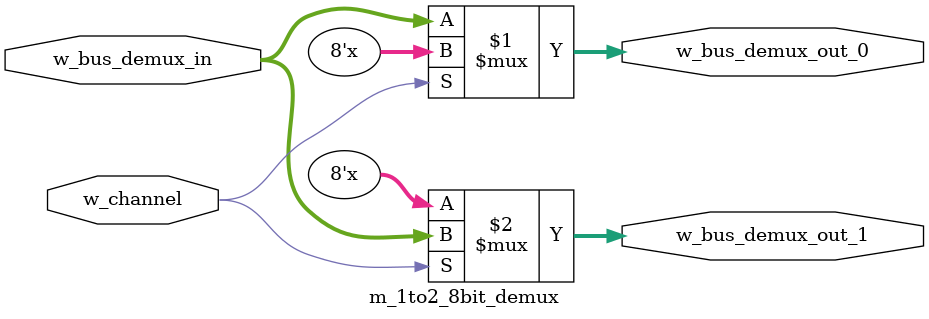
<source format=v>
module m_1to2_8bit_demux (w_bus_demux_out_0, w_bus_demux_out_1, w_bus_demux_in, w_channel);
	output [7:0] w_bus_demux_out_0, w_bus_demux_out_1;
	input [7:0] w_bus_demux_in;
	input w_channel;
	assign w_bus_demux_out_0 = (w_channel) ? 8'bzzzzzzzz : w_bus_demux_in;
	assign w_bus_demux_out_1 = (w_channel) ? w_bus_demux_in : 8'bzzzzzzzz;
endmodule
</source>
